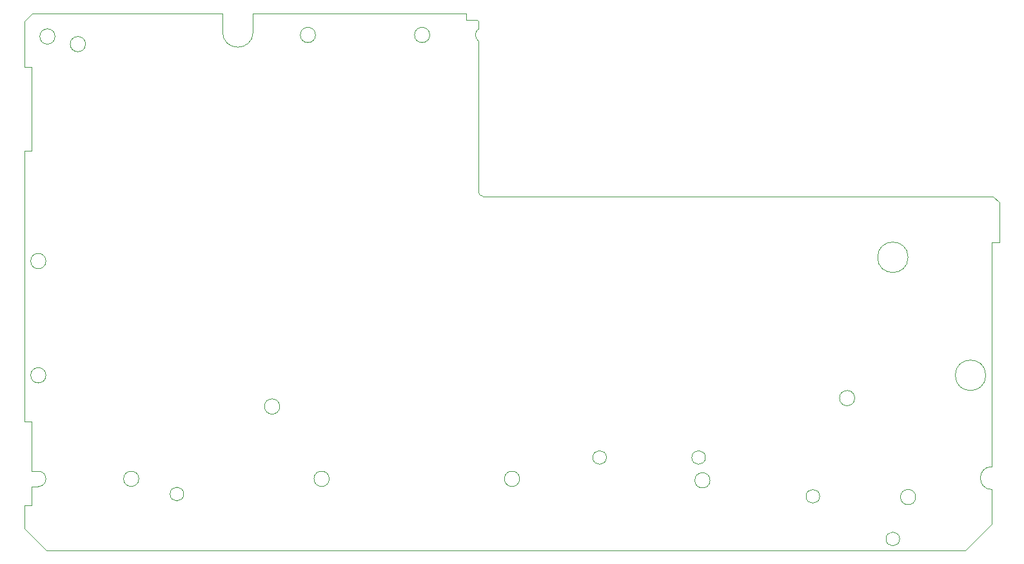
<source format=gbr>
%TF.GenerationSoftware,KiCad,Pcbnew,8.0.5-unknown-202409261835~48b9027842~ubuntu24.04.1*%
%TF.CreationDate,2024-10-03T02:13:13+08:00*%
%TF.ProjectId,EL6170_Pro_Max_Plus,454c3631-3730-45f5-9072-6f5f4d61785f,rev?*%
%TF.SameCoordinates,Original*%
%TF.FileFunction,Profile,NP*%
%FSLAX46Y46*%
G04 Gerber Fmt 4.6, Leading zero omitted, Abs format (unit mm)*
G04 Created by KiCad (PCBNEW 8.0.5-unknown-202409261835~48b9027842~ubuntu24.04.1) date 2024-10-03 02:13:13*
%MOMM*%
%LPD*%
G01*
G04 APERTURE LIST*
%TA.AperFunction,Profile*%
%ADD10C,0.050000*%
%TD*%
G04 APERTURE END LIST*
D10*
X93800000Y-124600000D02*
X92900000Y-124600000D01*
X215500000Y-133000000D02*
X94900000Y-133000000D01*
X92000000Y-127100000D02*
X92000000Y-130100000D01*
X152200000Y-86500000D02*
X219200000Y-86500000D01*
X201000000Y-113000000D02*
G75*
G02*
X199000000Y-113000000I-1000000J0D01*
G01*
X199000000Y-113000000D02*
G75*
G02*
X201000000Y-113000000I1000000J0D01*
G01*
X151400000Y-63300000D02*
X151600000Y-63500000D01*
X150000000Y-62500000D02*
X150000000Y-63300000D01*
X92900000Y-116100000D02*
X92000000Y-116100000D01*
X182000000Y-123800000D02*
G75*
G02*
X180000000Y-123800000I-1000000J0D01*
G01*
X180000000Y-123800000D02*
G75*
G02*
X182000000Y-123800000I1000000J0D01*
G01*
X96000000Y-65500000D02*
G75*
G02*
X94000000Y-65500000I-1000000J0D01*
G01*
X94000000Y-65500000D02*
G75*
G02*
X96000000Y-65500000I1000000J0D01*
G01*
X219000000Y-125000000D02*
X219000000Y-129500000D01*
X152200000Y-86500000D02*
G75*
G02*
X151600000Y-85900000I0J600000D01*
G01*
X145200000Y-65300000D02*
G75*
G02*
X143200000Y-65300000I-1000000J0D01*
G01*
X143200000Y-65300000D02*
G75*
G02*
X145200000Y-65300000I1000000J0D01*
G01*
X92900000Y-122600000D02*
X92900000Y-116100000D01*
X118000000Y-62500000D02*
X93000000Y-62500000D01*
X220000000Y-92500000D02*
X219000000Y-92500000D01*
X206900000Y-131500000D02*
G75*
G02*
X205100000Y-131500000I-900000J0D01*
G01*
X205100000Y-131500000D02*
G75*
G02*
X206900000Y-131500000I900000J0D01*
G01*
X219000000Y-92500000D02*
X219000000Y-122000000D01*
X100000000Y-66500000D02*
G75*
G02*
X98000000Y-66500000I-1000000J0D01*
G01*
X98000000Y-66500000D02*
G75*
G02*
X100000000Y-66500000I1000000J0D01*
G01*
X125500000Y-114100000D02*
G75*
G02*
X123500000Y-114100000I-1000000J0D01*
G01*
X123500000Y-114100000D02*
G75*
G02*
X125500000Y-114100000I1000000J0D01*
G01*
X93800000Y-122600000D02*
G75*
G02*
X93800000Y-124600000I0J-1000000D01*
G01*
X112900000Y-125600000D02*
G75*
G02*
X111100000Y-125600000I-900000J0D01*
G01*
X111100000Y-125600000D02*
G75*
G02*
X112900000Y-125600000I900000J0D01*
G01*
X94900000Y-133000000D02*
X92000000Y-130100000D01*
X92000000Y-63500000D02*
X92000000Y-69500000D01*
X209000000Y-126000000D02*
G75*
G02*
X207000000Y-126000000I-1000000J0D01*
G01*
X207000000Y-126000000D02*
G75*
G02*
X209000000Y-126000000I1000000J0D01*
G01*
X132000000Y-123600000D02*
G75*
G02*
X130000000Y-123600000I-1000000J0D01*
G01*
X130000000Y-123600000D02*
G75*
G02*
X132000000Y-123600000I1000000J0D01*
G01*
X93800000Y-122600000D02*
X92900000Y-122600000D01*
X92900000Y-124600000D02*
X92900000Y-127100000D01*
X208000000Y-94500000D02*
G75*
G02*
X204000000Y-94500000I-2000000J0D01*
G01*
X204000000Y-94500000D02*
G75*
G02*
X208000000Y-94500000I2000000J0D01*
G01*
X219000000Y-125000000D02*
G75*
G02*
X219000000Y-122000000I0J1500000D01*
G01*
X130200000Y-65300000D02*
G75*
G02*
X128200000Y-65300000I-1000000J0D01*
G01*
X128200000Y-65300000D02*
G75*
G02*
X130200000Y-65300000I1000000J0D01*
G01*
X92000000Y-69500000D02*
X92900000Y-69500000D01*
X92000000Y-116100000D02*
X92000000Y-80500000D01*
X181400000Y-120800000D02*
G75*
G02*
X179600000Y-120800000I-900000J0D01*
G01*
X179600000Y-120800000D02*
G75*
G02*
X181400000Y-120800000I900000J0D01*
G01*
X94800000Y-110000000D02*
G75*
G02*
X92800000Y-110000000I-1000000J0D01*
G01*
X92800000Y-110000000D02*
G75*
G02*
X94800000Y-110000000I1000000J0D01*
G01*
X92900000Y-69500000D02*
X92900000Y-80500000D01*
X94800000Y-95000000D02*
G75*
G02*
X92800000Y-95000000I-1000000J0D01*
G01*
X92800000Y-95000000D02*
G75*
G02*
X94800000Y-95000000I1000000J0D01*
G01*
X150000000Y-63300000D02*
X151400000Y-63300000D01*
X92900000Y-80500000D02*
X92000000Y-80500000D01*
X219000000Y-129500000D02*
X215500000Y-133000000D01*
X150000000Y-62500000D02*
X122000000Y-62500000D01*
X107000000Y-123600000D02*
G75*
G02*
X105000000Y-123600000I-1000000J0D01*
G01*
X105000000Y-123600000D02*
G75*
G02*
X107000000Y-123600000I1000000J0D01*
G01*
X122000000Y-64900000D02*
G75*
G02*
X118000000Y-64900000I-2000000J0D01*
G01*
X92000000Y-127100000D02*
X92900000Y-127100000D01*
X92000000Y-63500000D02*
X93000000Y-62500000D01*
X157000000Y-123600000D02*
G75*
G02*
X155000000Y-123600000I-1000000J0D01*
G01*
X155000000Y-123600000D02*
G75*
G02*
X157000000Y-123600000I1000000J0D01*
G01*
X168400000Y-120800000D02*
G75*
G02*
X166600000Y-120800000I-900000J0D01*
G01*
X166600000Y-120800000D02*
G75*
G02*
X168400000Y-120800000I900000J0D01*
G01*
X196400000Y-125900000D02*
G75*
G02*
X194600000Y-125900000I-900000J0D01*
G01*
X194600000Y-125900000D02*
G75*
G02*
X196400000Y-125900000I900000J0D01*
G01*
X151600000Y-66100000D02*
X151600000Y-85900000D01*
X151600000Y-63500000D02*
X151600000Y-64500000D01*
X118000000Y-64900000D02*
X118000000Y-62500000D01*
X219200000Y-86500000D02*
X220000000Y-87300000D01*
X122000000Y-64900000D02*
X122000000Y-62500000D01*
X218200000Y-110000000D02*
G75*
G02*
X214200000Y-110000000I-2000000J0D01*
G01*
X214200000Y-110000000D02*
G75*
G02*
X218200000Y-110000000I2000000J0D01*
G01*
X220000000Y-87300000D02*
X220000000Y-92500000D01*
X151600000Y-66100000D02*
G75*
G02*
X151600000Y-64500000I600000J800000D01*
G01*
M02*

</source>
